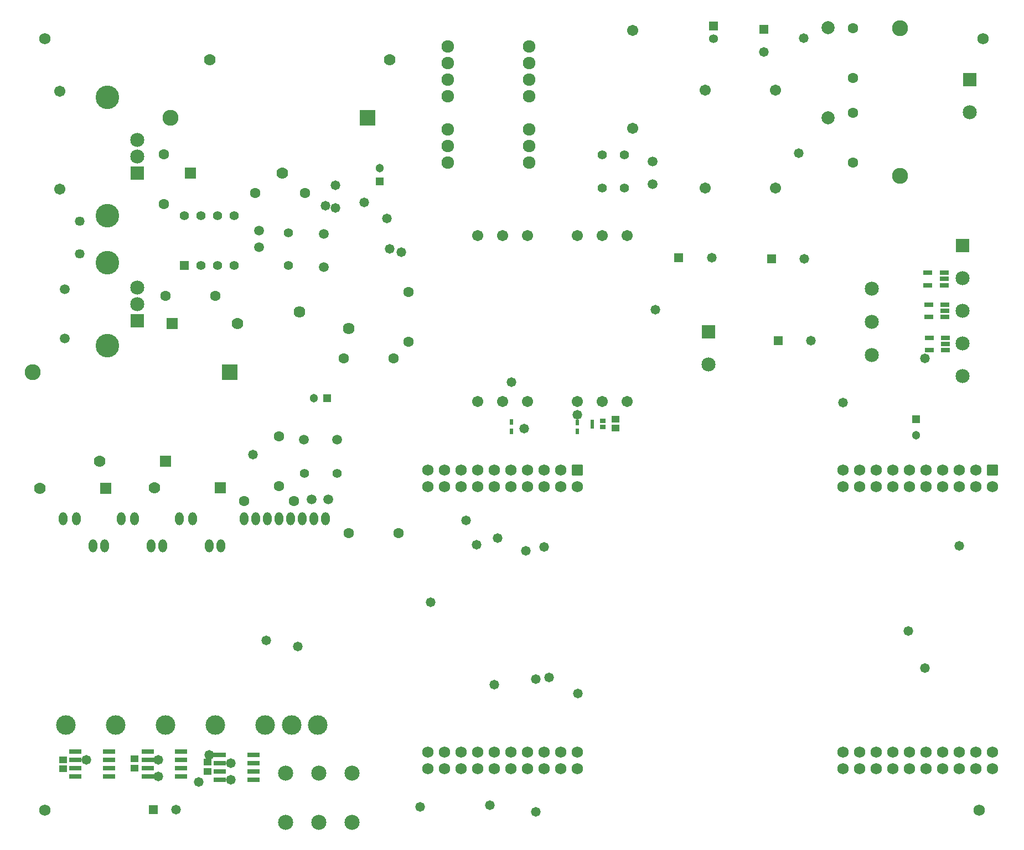
<source format=gbs>
G04*
G04 #@! TF.GenerationSoftware,Altium Limited,Altium Designer,20.0.13 (296)*
G04*
G04 Layer_Color=16711935*
%FSLAX24Y24*%
%MOIN*%
G70*
G01*
G75*
%ADD26R,0.0552X0.0316*%
%ADD28R,0.0237X0.0367*%
%ADD30R,0.0466X0.0387*%
%ADD31R,0.0245X0.0261*%
%ADD32R,0.0324X0.0316*%
%ADD34C,0.0907*%
%ADD35C,0.0690*%
G04:AMPARAMS|DCode=36|XSize=69mil|YSize=69mil|CornerRadius=5.8mil|HoleSize=0mil|Usage=FLASHONLY|Rotation=180.000|XOffset=0mil|YOffset=0mil|HoleType=Round|Shape=RoundedRectangle|*
%AMROUNDEDRECTD36*
21,1,0.0690,0.0574,0,0,180.0*
21,1,0.0574,0.0690,0,0,180.0*
1,1,0.0117,-0.0287,0.0287*
1,1,0.0117,0.0287,0.0287*
1,1,0.0117,0.0287,-0.0287*
1,1,0.0117,-0.0287,-0.0287*
%
%ADD36ROUNDEDRECTD36*%
%ADD37C,0.0598*%
%ADD38C,0.0552*%
%ADD39C,0.1181*%
%ADD40O,0.0512X0.0787*%
%ADD41C,0.0848*%
%ADD42R,0.0848X0.0848*%
%ADD43C,0.0576*%
%ADD44C,0.0671*%
%ADD45C,0.0730*%
%ADD46C,0.1419*%
%ADD47C,0.0700*%
%ADD48C,0.0759*%
%ADD49C,0.0556*%
%ADD50C,0.0582*%
%ADD51R,0.0582X0.0582*%
%ADD52R,0.0582X0.0582*%
%ADD53C,0.0631*%
%ADD54C,0.0789*%
%ADD55C,0.0966*%
%ADD56C,0.0533*%
%ADD57R,0.0533X0.0533*%
%ADD58R,0.0700X0.0700*%
%ADD59R,0.0966X0.0966*%
%ADD60C,0.0513*%
%ADD61R,0.0513X0.0513*%
%ADD62C,0.0592*%
%ADD63R,0.0513X0.0513*%
%ADD64C,0.0706*%
%ADD65R,0.0552X0.0552*%
%ADD66C,0.0680*%
%ADD67C,0.0580*%
%ADD101R,0.0769X0.0316*%
D26*
X54916Y34150D02*
D03*
Y33402D02*
D03*
X55900D02*
D03*
Y33776D02*
D03*
Y34150D02*
D03*
X54966Y32224D02*
D03*
Y31476D02*
D03*
X55950D02*
D03*
Y31850D02*
D03*
Y32224D02*
D03*
X55008Y30224D02*
D03*
Y29476D02*
D03*
X55992D02*
D03*
Y29850D02*
D03*
Y30224D02*
D03*
D28*
X33800Y25126D02*
D03*
Y24574D02*
D03*
X29850Y25150D02*
D03*
Y24599D02*
D03*
D30*
X7150Y4300D02*
D03*
Y4851D02*
D03*
X2850Y4250D02*
D03*
Y4801D02*
D03*
X36100Y25326D02*
D03*
Y24774D02*
D03*
X11550Y4650D02*
D03*
Y4099D02*
D03*
D31*
X34700Y24890D02*
D03*
Y25150D02*
D03*
D32*
X35350Y24850D02*
D03*
Y25212D02*
D03*
D34*
X20250Y4000D02*
D03*
Y1028D02*
D03*
X18250Y4000D02*
D03*
Y1028D02*
D03*
X16250Y4000D02*
D03*
Y1028D02*
D03*
D35*
X33800Y21250D02*
D03*
X30800D02*
D03*
X29800D02*
D03*
X32800D02*
D03*
X31800D02*
D03*
X32800Y22250D02*
D03*
X30800D02*
D03*
X29800D02*
D03*
X31800D02*
D03*
X28800Y21250D02*
D03*
X26800D02*
D03*
X25800D02*
D03*
X24800D02*
D03*
X26800Y22250D02*
D03*
X25800D02*
D03*
X28800D02*
D03*
X27800D02*
D03*
X24800D02*
D03*
X33800Y4250D02*
D03*
Y5250D02*
D03*
X32800Y4250D02*
D03*
X30800D02*
D03*
X31800D02*
D03*
X29800D02*
D03*
X27800D02*
D03*
X28800D02*
D03*
X25800D02*
D03*
X24800D02*
D03*
X31800Y5250D02*
D03*
X32800D02*
D03*
X30800D02*
D03*
X28800D02*
D03*
X29800D02*
D03*
X27800D02*
D03*
X26800Y4250D02*
D03*
X25800Y5250D02*
D03*
X26800D02*
D03*
X24800D02*
D03*
X49800Y21250D02*
D03*
X50800D02*
D03*
X51800D02*
D03*
X52800D02*
D03*
X53800D02*
D03*
X54800D02*
D03*
X55800D02*
D03*
X56800D02*
D03*
X57800D02*
D03*
X58800D02*
D03*
X49800Y22250D02*
D03*
X50800D02*
D03*
X51800D02*
D03*
X52800D02*
D03*
X53800D02*
D03*
X54800D02*
D03*
X55800D02*
D03*
X56800D02*
D03*
X57800D02*
D03*
X49800Y4250D02*
D03*
X50800D02*
D03*
X51800D02*
D03*
X52800D02*
D03*
X53800D02*
D03*
X54800D02*
D03*
X55800D02*
D03*
X56800D02*
D03*
X57800D02*
D03*
X58800D02*
D03*
X49800Y5250D02*
D03*
X50800D02*
D03*
X51800D02*
D03*
X52800D02*
D03*
X53800D02*
D03*
X54800D02*
D03*
X55800D02*
D03*
X56800D02*
D03*
X57800D02*
D03*
X58800D02*
D03*
X27800Y21250D02*
D03*
D36*
X33800Y22250D02*
D03*
X58800D02*
D03*
D37*
X19350Y24100D02*
D03*
X17350D02*
D03*
X17800Y20500D02*
D03*
X18800D02*
D03*
X38350Y39500D02*
D03*
Y40850D02*
D03*
X14650Y36700D02*
D03*
Y35700D02*
D03*
X18550Y34500D02*
D03*
Y36500D02*
D03*
D38*
X17382Y22050D02*
D03*
X19350D02*
D03*
X16400Y36569D02*
D03*
Y34600D02*
D03*
X11150D02*
D03*
X12150D02*
D03*
X13150D02*
D03*
Y37600D02*
D03*
X12150D02*
D03*
X11150D02*
D03*
X10150D02*
D03*
D39*
X3025Y6889D02*
D03*
X6025D02*
D03*
X9025D02*
D03*
X12025D02*
D03*
X15025D02*
D03*
X16600D02*
D03*
X18175D02*
D03*
D40*
X4650Y17700D02*
D03*
X5350D02*
D03*
X8150D02*
D03*
X8850D02*
D03*
X11650D02*
D03*
X12350D02*
D03*
X2846Y19314D02*
D03*
X3654D02*
D03*
X6346D02*
D03*
X7154D02*
D03*
X9846D02*
D03*
X10654D02*
D03*
X13750D02*
D03*
X14450D02*
D03*
X15150D02*
D03*
X15850D02*
D03*
X16550D02*
D03*
X17250D02*
D03*
X17950D02*
D03*
X18650D02*
D03*
D41*
X7311Y42150D02*
D03*
Y41150D02*
D03*
X7300Y33250D02*
D03*
Y32250D02*
D03*
X57450Y43832D02*
D03*
X41700Y28631D02*
D03*
X57000Y27913D02*
D03*
Y29881D02*
D03*
Y31850D02*
D03*
Y33819D02*
D03*
X51550Y33200D02*
D03*
Y31200D02*
D03*
Y29200D02*
D03*
D42*
X7311Y40150D02*
D03*
X7300Y31250D02*
D03*
X57450Y45800D02*
D03*
X41700Y30600D02*
D03*
X57000Y35787D02*
D03*
D43*
X3850Y37250D02*
D03*
Y35282D02*
D03*
D44*
X36800Y36400D02*
D03*
X35300D02*
D03*
X33800D02*
D03*
X30800D02*
D03*
X29300D02*
D03*
X27800D02*
D03*
Y26400D02*
D03*
X29300D02*
D03*
X30800D02*
D03*
X33800D02*
D03*
X35300D02*
D03*
X36800D02*
D03*
X37150Y42850D02*
D03*
Y48756D02*
D03*
X45750Y39244D02*
D03*
Y45150D02*
D03*
X2650Y45100D02*
D03*
Y39194D02*
D03*
X41500Y45156D02*
D03*
Y39250D02*
D03*
D45*
X7311Y31254D02*
D03*
Y33249D02*
D03*
X7300Y32250D02*
D03*
X7311Y40150D02*
D03*
Y42150D02*
D03*
Y41150D02*
D03*
D46*
X5500Y34752D02*
D03*
Y29752D02*
D03*
Y44713D02*
D03*
Y37587D02*
D03*
D47*
X22500Y47000D02*
D03*
X11673D02*
D03*
X13350Y31100D02*
D03*
X8350Y21200D02*
D03*
X5050Y22800D02*
D03*
X1450Y21150D02*
D03*
X16050Y40150D02*
D03*
D48*
X26000Y47800D02*
D03*
Y46800D02*
D03*
Y45800D02*
D03*
Y44800D02*
D03*
Y42800D02*
D03*
Y41800D02*
D03*
Y40800D02*
D03*
X30900Y47800D02*
D03*
Y46800D02*
D03*
Y45800D02*
D03*
Y44800D02*
D03*
Y42800D02*
D03*
Y41800D02*
D03*
Y40800D02*
D03*
D49*
X35300Y39250D02*
D03*
Y41250D02*
D03*
X36650Y39250D02*
D03*
Y41250D02*
D03*
D50*
X45050Y47450D02*
D03*
X47868Y30050D02*
D03*
X41900Y35050D02*
D03*
X47469Y35000D02*
D03*
X9650Y1800D02*
D03*
D51*
X45050Y48828D02*
D03*
D52*
X45900Y30050D02*
D03*
X39931Y35050D02*
D03*
X45500Y35000D02*
D03*
X8272Y1800D02*
D03*
D53*
X50400Y40800D02*
D03*
Y43800D02*
D03*
Y45900D02*
D03*
Y48900D02*
D03*
X23650Y33000D02*
D03*
Y30000D02*
D03*
X15850Y21300D02*
D03*
Y24300D02*
D03*
X13750Y20400D02*
D03*
X16750D02*
D03*
X20050Y18450D02*
D03*
X23050D02*
D03*
X22750Y29000D02*
D03*
X19750D02*
D03*
X9000Y32750D02*
D03*
X12000D02*
D03*
X17400Y38950D02*
D03*
X14400D02*
D03*
X8900Y41300D02*
D03*
Y38300D02*
D03*
D54*
X48900Y48912D02*
D03*
Y43488D02*
D03*
D55*
X53250Y40000D02*
D03*
Y48898D02*
D03*
X1000Y28150D02*
D03*
X9300Y43500D02*
D03*
D56*
X42000Y48250D02*
D03*
D57*
Y49037D02*
D03*
D58*
X9400Y31100D02*
D03*
X12300Y21200D02*
D03*
X9000Y22800D02*
D03*
X5400Y21150D02*
D03*
X10499Y40150D02*
D03*
D59*
X12890Y28150D02*
D03*
X21190Y43500D02*
D03*
D60*
X54200Y24350D02*
D03*
X21900Y40450D02*
D03*
X17963Y26600D02*
D03*
D61*
X54200Y25334D02*
D03*
X21900Y39663D02*
D03*
D62*
X2950Y33153D02*
D03*
Y30200D02*
D03*
D63*
X18750Y26600D02*
D03*
D64*
X20050Y30800D02*
D03*
X17097Y31784D02*
D03*
D65*
X10150Y34600D02*
D03*
D66*
X58000Y1750D02*
D03*
X58250Y48250D02*
D03*
X1750D02*
D03*
Y1750D02*
D03*
D67*
X31300Y9650D02*
D03*
X28800Y9330D02*
D03*
X11000Y3450D02*
D03*
X31300Y1650D02*
D03*
X29000Y18140D02*
D03*
X27130Y19220D02*
D03*
X27750Y17750D02*
D03*
X30600Y24750D02*
D03*
X47160Y41340D02*
D03*
X22500Y35600D02*
D03*
X18635Y38186D02*
D03*
X19265Y39425D02*
D03*
X31800Y17610D02*
D03*
X4240Y4800D02*
D03*
X38530Y31920D02*
D03*
X28540Y2060D02*
D03*
X24975Y14300D02*
D03*
X24340Y1940D02*
D03*
X14280Y23200D02*
D03*
X20990Y38400D02*
D03*
X8590Y3800D02*
D03*
X12940Y3600D02*
D03*
X16970Y11630D02*
D03*
X54750Y10330D02*
D03*
X53750Y12570D02*
D03*
X32120Y9770D02*
D03*
X33850Y8800D02*
D03*
X15080Y11990D02*
D03*
X54760Y29000D02*
D03*
X49800Y26330D02*
D03*
X11650Y5100D02*
D03*
X12940Y4600D02*
D03*
X22340Y37430D02*
D03*
X19265Y38060D02*
D03*
X23220Y35390D02*
D03*
X47450Y48290D02*
D03*
X33800Y25600D02*
D03*
X30700Y17390D02*
D03*
X56800Y17700D02*
D03*
X8590Y4800D02*
D03*
X29850Y27560D02*
D03*
D101*
X3596Y5300D02*
D03*
Y4800D02*
D03*
Y4300D02*
D03*
Y3800D02*
D03*
X5604D02*
D03*
Y4300D02*
D03*
Y4800D02*
D03*
Y5300D02*
D03*
X7946D02*
D03*
Y4800D02*
D03*
Y4300D02*
D03*
Y3800D02*
D03*
X9954D02*
D03*
Y4300D02*
D03*
Y4800D02*
D03*
Y5300D02*
D03*
X12296Y5100D02*
D03*
Y4600D02*
D03*
Y4100D02*
D03*
Y3600D02*
D03*
X14304D02*
D03*
Y4100D02*
D03*
Y4600D02*
D03*
Y5100D02*
D03*
M02*

</source>
